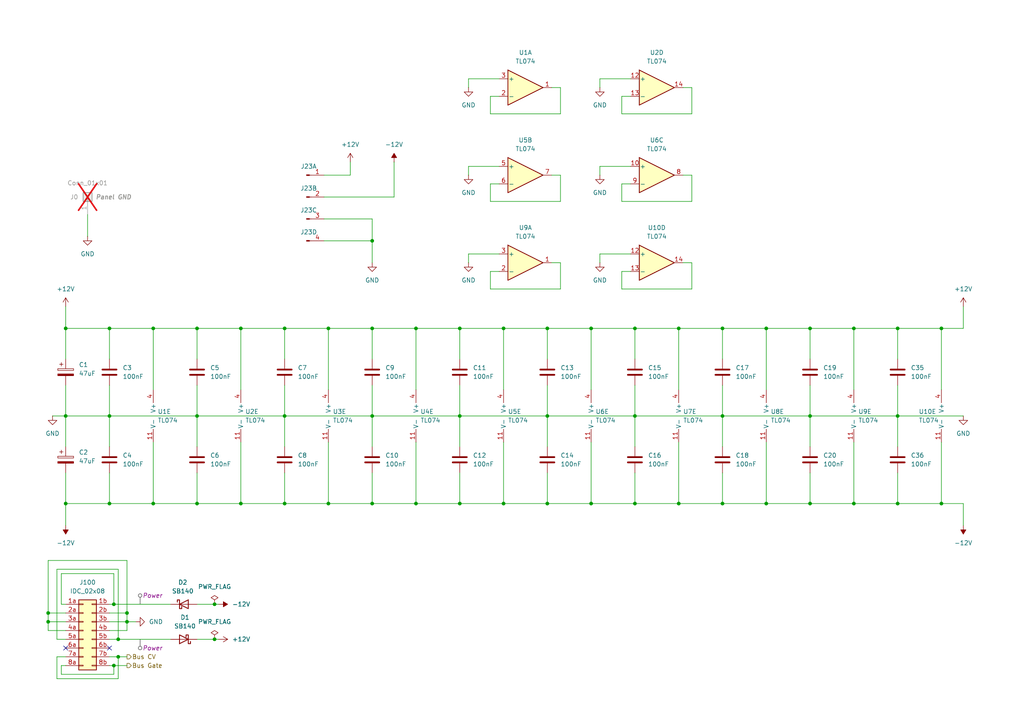
<source format=kicad_sch>
(kicad_sch (version 20250114) (generator "eeschema") (generator_version "9.0")
  (paper "A4")
  (title_block (title "Power Distribution") (company "DMH Instruments") (comment 1 "PCB for 15cm Kosmo format synthesizer module"))
  (lib_symbols
    (symbol "Amplifier_Operational:TL074" (pin_names (offset 0.127))
      (property "Reference" "U" (at 0 5.08 0))
      (property "Value" "TL074" (at 0 -5.08 0))
      (symbol "TL074_1_1"
        (polyline (pts (xy -5.08 5.08) (xy 5.08 0) (xy -5.08 -5.08) (xy -5.08 5.08)) (stroke (width 0.254)) (fill (type background)))
        (pin input line (at -7.62 2.54 0) (length 2.54) (name "+") (number "3"))
        (pin input line (at -7.62 -2.54 0) (length 2.54) (name "-") (number "2"))
        (pin output line (at 7.62 0 180) (length 2.54) (name "~") (number "1"))
      )
      (symbol "TL074_2_1"
        (polyline (pts (xy -5.08 5.08) (xy 5.08 0) (xy -5.08 -5.08) (xy -5.08 5.08)) (stroke (width 0.254)) (fill (type background)))
        (pin input line (at -7.62 2.54 0) (length 2.54) (name "+") (number "5"))
        (pin input line (at -7.62 -2.54 0) (length 2.54) (name "-") (number "6"))
        (pin output line (at 7.62 0 180) (length 2.54) (name "~") (number "7"))
      )
      (symbol "TL074_3_1"
        (polyline (pts (xy -5.08 5.08) (xy 5.08 0) (xy -5.08 -5.08) (xy -5.08 5.08)) (stroke (width 0.254)) (fill (type background)))
        (pin input line (at -7.62 2.54 0) (length 2.54) (name "+") (number "10"))
        (pin input line (at -7.62 -2.54 0) (length 2.54) (name "-") (number "9"))
        (pin output line (at 7.62 0 180) (length 2.54) (name "~") (number "8"))
      )
      (symbol "TL074_4_1"
        (polyline (pts (xy -5.08 5.08) (xy 5.08 0) (xy -5.08 -5.08) (xy -5.08 5.08)) (stroke (width 0.254)) (fill (type background)))
        (pin input line (at -7.62 2.54 0) (length 2.54) (name "+") (number "12"))
        (pin input line (at -7.62 -2.54 0) (length 2.54) (name "-") (number "13"))
        (pin output line (at 7.62 0 180) (length 2.54) (name "~") (number "14"))
      )
      (symbol "TL074_5_1"
        (pin power_in line (at -2.54 7.62 270) (length 3.81) (name "V+") (number "4"))
        (pin power_in line (at -2.54 -7.62 90) (length 3.81) (name "V-") (number "11"))
      )
    )
    (symbol "Connector_Generic:Conn_01x01" (pin_names (offset 1.016) (hide yes))
      (property "Reference" "J" (at 0 2.54 0))
      (property "Value" "Conn_01x01" (at 0 -2.54 0))
      (symbol "Conn_01x01_1_1"
        (rectangle (start -1.27 1.27) (end 1.27 -1.27) (stroke (width 0.254)) (fill (type background)))
        (rectangle (start -1.27 0.127) (end 0 -0.127) (stroke (width 0.1524)))
        (pin passive line (at -5.08 0 0) (length 3.81) (name "Pin_1") (number "1"))
      )
    )
    (symbol "Device:C" (pin_numbers (hide yes)) (pin_names (offset 0.254))
      (property "Reference" "C" (at 0.635 2.54 0))
      (property "Value" "C" (at 0.635 -2.54 0))
      (symbol "C_0_1"
        (polyline (pts (xy -2.032 0.762) (xy 2.032 0.762)) (stroke (width 0.508)))
        (polyline (pts (xy -2.032 -0.762) (xy 2.032 -0.762)) (stroke (width 0.508)))
      )
      (symbol "C_1_1"
        (pin passive line (at 0 3.81 270) (length 2.794) (name "~") (number "1"))
        (pin passive line (at 0 -3.81 90) (length 2.794) (name "~") (number "2"))
      )
    )
    (symbol "Device:C_Polarized" (pin_numbers (hide yes)) (pin_names (offset 0.254))
      (property "Reference" "C" (at 0.635 2.54 0))
      (property "Value" "C_Polarized" (at 0.635 -2.54 0))
      (symbol "C_Polarized_0_1"
        (rectangle (start -2.286 0.508) (end 2.286 1.016))
        (polyline (pts (xy -1.778 2.286) (xy -0.762 2.286)))
        (polyline (pts (xy -1.27 2.794) (xy -1.27 1.778)))
        (rectangle (start 2.286 -0.508) (end -2.286 -1.016) (fill (type outline)))
      )
      (symbol "C_Polarized_1_1"
        (pin passive line (at 0 3.81 270) (length 2.794) (name "~") (number "1"))
        (pin passive line (at 0 -3.81 90) (length 2.794) (name "~") (number "2"))
      )
    )
    (symbol "Diode:SB140" (pin_numbers (hide yes)) (pin_names (offset 1.016) (hide yes))
      (property "Reference" "D" (at 0 2.54 0))
      (property "Value" "SB140" (at 0 -2.54 0))
      (symbol "SB140_0_1"
        (polyline (pts (xy -1.905 0.635) (xy -1.905 1.27) (xy -1.27 1.27) (xy -1.27 -1.27) (xy -0.635 -1.27) (xy -0.635 -0.635)) (stroke (width 0.254)))
        (polyline (pts (xy 1.27 1.27) (xy 1.27 -1.27) (xy -1.27 0) (xy 1.27 1.27)) (stroke (width 0.254)))
        (polyline (pts (xy 1.27 0) (xy -1.27 0)))
      )
      (symbol "SB140_1_1"
        (pin passive line (at -3.81 0 0) (length 2.54) (name "K") (number "1"))
        (pin passive line (at 3.81 0 180) (length 2.54) (name "A") (number "2"))
      )
    )
    (symbol "SynthStuff:Conn_01x04_PinHeader" (pin_names (offset 1.016) (hide yes))
      (property "Reference" "J" (at 0 2.54 0))
      (symbol "Conn_01x04_PinHeader_1_1"
        (rectangle (start 0.8636 0.127) (end 0 -0.127) (stroke (width 0.1524)) (fill (type outline)))
        (polyline (pts (xy 1.27 0) (xy 0.8636 0)) (stroke (width 0.1524)))
        (pin passive line (at 5.08 0 180) (length 3.81) (name "Pin_1") (number "1"))
      )
      (symbol "Conn_01x04_PinHeader_2_1"
        (rectangle (start 0.8636 0.127) (end 0 -0.127) (stroke (width 0.1524)) (fill (type outline)))
        (polyline (pts (xy 1.27 0) (xy 0.8636 0)) (stroke (width 0.1524)))
        (pin passive line (at 5.08 0 180) (length 3.81) (name "Pin_2") (number "2"))
      )
      (symbol "Conn_01x04_PinHeader_3_1"
        (rectangle (start 0.8636 0.127) (end 0 -0.127) (stroke (width 0.1524)) (fill (type outline)))
        (polyline (pts (xy 1.27 0) (xy 0.8636 0)) (stroke (width 0.1524)))
        (pin passive line (at 5.08 0 180) (length 3.81) (name "Pin_3") (number "3"))
      )
      (symbol "Conn_01x04_PinHeader_4_1"
        (rectangle (start 0.8636 0.127) (end 0 -0.127) (stroke (width 0.1524)) (fill (type outline)))
        (polyline (pts (xy 1.27 0) (xy 0.8636 0)) (stroke (width 0.1524)))
        (pin passive line (at 5.08 0 180) (length 3.81) (name "Pin_4") (number "4"))
      )
    )
    (symbol "SynthStuff:Eurorack_Power_Connector_16Pin" (pin_names (offset 1.016) (hide yes))
      (property "Reference" "J" (at 1.27 -16.51 0))
      (property "Value" "IDC_02x08" (at 1.27 -13.97 0))
      (symbol "Eurorack_Power_Connector_16Pin_1_1"
        (rectangle (start -1.27 8.89) (end 3.81 -11.43) (stroke (width 0.254)) (fill (type background)))
        (rectangle (start -1.27 7.747) (end 0 7.493) (stroke (width 0.1524)))
        (rectangle (start -1.27 5.207) (end 0 4.953) (stroke (width 0.1524)))
        (rectangle (start -1.27 2.667) (end 0 2.413) (stroke (width 0.1524)))
        (rectangle (start -1.27 0.127) (end 0 -0.127) (stroke (width 0.1524)))
        (rectangle (start -1.27 -2.413) (end 0 -2.667) (stroke (width 0.1524)))
        (rectangle (start -1.27 -4.953) (end 0 -5.207) (stroke (width 0.1524)))
        (rectangle (start -1.27 -7.493) (end 0 -7.747) (stroke (width 0.1524)))
        (rectangle (start -1.27 -10.033) (end 0 -10.287) (stroke (width 0.1524)))
        (rectangle (start 3.81 7.747) (end 2.54 7.493) (stroke (width 0.1524)))
        (rectangle (start 3.81 5.207) (end 2.54 4.953) (stroke (width 0.1524)))
        (rectangle (start 3.81 2.667) (end 2.54 2.413) (stroke (width 0.1524)))
        (rectangle (start 3.81 0.127) (end 2.54 -0.127) (stroke (width 0.1524)))
        (rectangle (start 3.81 -2.413) (end 2.54 -2.667) (stroke (width 0.1524)))
        (rectangle (start 3.81 -4.953) (end 2.54 -5.207) (stroke (width 0.1524)))
        (rectangle (start 3.81 -7.493) (end 2.54 -7.747) (stroke (width 0.1524)))
        (rectangle (start 3.81 -10.033) (end 2.54 -10.287) (stroke (width 0.1524)))
        (pin power_out line (at -5.08 7.62 0) (length 3.81) (name "Pin_1a") (number "1a"))
        (pin power_out line (at -5.08 5.08 0) (length 3.81) (name "Pin_2a") (number "2a"))
        (pin passive line (at -5.08 2.54 0) (length 3.81) (name "Pin_3a") (number "3a"))
        (pin passive line (at -5.08 0 0) (length 3.81) (name "Pin_4a") (number "4a"))
        (pin power_out line (at -5.08 -2.54 0) (length 3.81) (name "Pin_5a") (number "5a"))
        (pin power_out line (at -5.08 -5.08 0) (length 3.81) (name "Pin_6a") (number "6a"))
        (pin passive line (at -5.08 -7.62 0) (length 3.81) (name "Pin_7a") (number "7a"))
        (pin passive line (at -5.08 -10.16 0) (length 3.81) (name "Pin_8a") (number "8a"))
        (pin passive line (at 7.62 7.62 180) (length 3.81) (name "Pin_1b") (number "1b"))
        (pin passive line (at 7.62 5.08 180) (length 3.81) (name "Pin_2b") (number "2b"))
        (pin passive line (at 7.62 2.54 180) (length 3.81) (name "Pin_3b") (number "3b"))
        (pin passive line (at 7.62 0 180) (length 3.81) (name "Pin_4b") (number "4b"))
        (pin passive line (at 7.62 -2.54 180) (length 3.81) (name "Pin_5b") (number "5b"))
        (pin passive line (at 7.62 -5.08 180) (length 3.81) (name "Pin_6b") (number "6b"))
        (pin passive line (at 7.62 -7.62 180) (length 3.81) (name "Pin_7b") (number "7b"))
        (pin passive line (at 7.62 -10.16 180) (length 3.81) (name "Pin_8b") (number "8b"))
      )
    )
    (symbol "power:+12V" (power) (pin_numbers (hide yes)) (pin_names (offset 0) (hide yes))
      (property "Value" "+12V" (at 0 3.556 0))
      (symbol "+12V_0_1"
        (polyline (pts (xy -0.762 1.27) (xy 0 2.54)))
        (polyline (pts (xy 0 2.54) (xy 0.762 1.27)))
        (polyline (pts (xy 0 0) (xy 0 2.54)))
      )
      (symbol "+12V_1_1"
        (pin power_in line (at 0 0 90) (length 0) (name "~") (number "1"))
      )
    )
    (symbol "power:-12V" (power) (pin_numbers (hide yes)) (pin_names (offset 0) (hide yes))
      (property "Value" "-12V" (at 0 3.556 0))
      (symbol "-12V_0_0"
        (pin power_in line (at 0 0 90) (length 0) (name "~") (number "1"))
      )
      (symbol "-12V_0_1"
        (polyline (pts (xy 0 0) (xy 0 1.27) (xy 0.762 1.27) (xy 0 2.54) (xy -0.762 1.27) (xy 0 1.27)) (fill (type outline)))
      )
    )
    (symbol "power:GND" (power) (pin_numbers (hide yes)) (pin_names (offset 0) (hide yes))
      (property "Value" "GND" (at 0 -3.81 0))
      (symbol "GND_0_1"
        (polyline (pts (xy 0 0) (xy 0 -1.27) (xy 1.27 -1.27) (xy 0 -2.54) (xy -1.27 -1.27) (xy 0 -1.27)))
      )
      (symbol "GND_1_1"
        (pin power_in line (at 0 0 270) (length 0) (name "~") (number "1"))
      )
    )
    (symbol "power:PWR_FLAG" (power) (pin_numbers (hide yes)) (pin_names (offset 0) (hide yes))
      (property "Value" "PWR_FLAG" (at 0 3.81 0))
      (symbol "PWR_FLAG_0_0"
        (pin power_out line (at 0 0 90) (length 0) (name "~") (number "1"))
      )
      (symbol "PWR_FLAG_0_1"
        (polyline (pts (xy 0 0) (xy 0 1.27) (xy -1.016 1.905) (xy 0 2.54) (xy 1.016 1.905) (xy 0 1.27)))
      )
    )
  )
  (junction (at 82.55 95.25))
  (junction (at 95.25 146.05))
  (junction (at 234.95 120.65))
  (junction (at 82.55 146.05))
  (junction (at 44.45 95.25))
  (junction (at 33.02 193.04))
  (junction (at 196.85 95.25))
  (junction (at 184.15 120.65))
  (junction (at 31.75 146.05))
  (junction (at 107.95 69.85))
  (junction (at 33.02 175.26))
  (junction (at 260.35 95.25))
  (junction (at 222.25 146.05))
  (junction (at 260.35 146.05))
  (junction (at 158.75 95.25))
  (junction (at 222.25 95.25))
  (junction (at 19.05 95.25))
  (junction (at 247.65 146.05))
  (junction (at 44.45 146.05))
  (junction (at 31.75 95.25))
  (junction (at 184.15 146.05))
  (junction (at 171.45 146.05))
  (junction (at 107.95 95.25))
  (junction (at 57.15 120.65))
  (junction (at 107.95 120.65))
  (junction (at 158.75 120.65))
  (junction (at 146.05 95.25))
  (junction (at 36.83 180.34))
  (junction (at 247.65 95.25))
  (junction (at 34.29 185.42))
  (junction (at 260.35 120.65))
  (junction (at 19.05 146.05))
  (junction (at 82.55 120.65))
  (junction (at 273.05 146.05))
  (junction (at 234.95 146.05))
  (junction (at 171.45 95.25))
  (junction (at 133.35 95.25))
  (junction (at 69.85 95.25))
  (junction (at 184.15 95.25))
  (junction (at 36.83 177.8))
  (junction (at 13.97 180.34))
  (junction (at 146.05 146.05))
  (junction (at 209.55 95.25))
  (junction (at 133.35 146.05))
  (junction (at 196.85 146.05))
  (junction (at 57.15 95.25))
  (junction (at 107.95 146.05))
  (junction (at 95.25 95.25))
  (junction (at 209.55 120.65))
  (junction (at 209.55 146.05))
  (junction (at 234.95 95.25))
  (junction (at 34.29 190.5))
  (junction (at 19.05 120.65))
  (junction (at 13.97 177.8))
  (junction (at 31.75 120.65))
  (junction (at 120.65 146.05))
  (junction (at 133.35 120.65))
  (junction (at 62.23 185.42))
  (junction (at 57.15 146.05))
  (junction (at 158.75 146.05))
  (junction (at 62.23 175.26))
  (junction (at 69.85 146.05))
  (junction (at 120.65 95.25))
  (junction (at 273.05 95.25))
  (no_connect (at 19.05 187.96))
  (no_connect (at 31.75 187.96))
  (wire (pts (xy 234.95 146.05) (xy 247.65 146.05)))
  (wire (pts (xy 33.02 193.04) (xy 36.83 193.04)))
  (wire (pts (xy 62.23 185.42) (xy 63.5 185.42)))
  (wire (pts (xy 69.85 146.05) (xy 82.55 146.05)))
  (wire (pts (xy 13.97 162.56) (xy 13.97 177.8)))
  (wire (pts (xy 33.02 195.58) (xy 33.02 193.04)))
  (wire (pts (xy 44.45 128.27) (xy 44.45 146.05)))
  (wire (pts (xy 158.75 120.65) (xy 184.15 120.65)))
  (wire (pts (xy 260.35 146.05) (xy 273.05 146.05)))
  (wire (pts (xy 142.24 83.82) (xy 162.56 83.82)))
  (wire (pts (xy 158.75 120.65) (xy 158.75 129.54)))
  (wire (pts (xy 107.95 120.65) (xy 107.95 129.54)))
  (wire (pts (xy 120.65 146.05) (xy 133.35 146.05)))
  (wire (pts (xy 273.05 128.27) (xy 273.05 146.05)))
  (wire (pts (xy 57.15 137.16) (xy 57.15 146.05)))
  (wire (pts (xy 173.99 76.2) (xy 173.99 73.66)))
  (wire (pts (xy 171.45 128.27) (xy 171.45 146.05)))
  (wire (pts (xy 133.35 120.65) (xy 133.35 129.54)))
  (wire (pts (xy 184.15 95.25) (xy 184.15 104.14)))
  (wire (pts (xy 69.85 95.25) (xy 82.55 95.25)))
  (wire (pts (xy 120.65 128.27) (xy 120.65 146.05)))
  (wire (pts (xy 184.15 137.16) (xy 184.15 146.05)))
  (wire (pts (xy 260.35 95.25) (xy 273.05 95.25)))
  (wire (pts (xy 57.15 120.65) (xy 57.15 129.54)))
  (wire (pts (xy 182.88 78.74) (xy 180.34 78.74)))
  (wire (pts (xy 15.24 120.65) (xy 19.05 120.65)))
  (wire (pts (xy 13.97 180.34) (xy 13.97 177.8)))
  (wire (pts (xy 173.99 22.86) (xy 173.99 25.4)))
  (wire (pts (xy 180.34 83.82) (xy 200.66 83.82)))
  (wire (pts (xy 158.75 95.25) (xy 158.75 104.14)))
  (wire (pts (xy 200.66 76.2) (xy 198.12 76.2)))
  (wire (pts (xy 19.05 120.65) (xy 31.75 120.65)))
  (wire (pts (xy 279.4 95.25) (xy 279.4 88.9)))
  (wire (pts (xy 19.05 146.05) (xy 31.75 146.05)))
  (wire (pts (xy 171.45 95.25) (xy 184.15 95.25)))
  (wire (pts (xy 34.29 165.1) (xy 34.29 185.42)))
  (wire (pts (xy 260.35 120.65) (xy 260.35 129.54)))
  (wire (pts (xy 209.55 120.65) (xy 209.55 129.54)))
  (wire (pts (xy 107.95 95.25) (xy 120.65 95.25)))
  (wire (pts (xy 95.25 95.25) (xy 95.25 113.03)))
  (wire (pts (xy 200.66 83.82) (xy 200.66 76.2)))
  (wire (pts (xy 19.05 180.34) (xy 13.97 180.34)))
  (wire (pts (xy 107.95 69.85) (xy 107.95 76.2)))
  (wire (pts (xy 146.05 146.05) (xy 158.75 146.05)))
  (wire (pts (xy 93.98 69.85) (xy 107.95 69.85)))
  (wire (pts (xy 19.05 185.42) (xy 16.51 185.42)))
  (wire (pts (xy 19.05 95.25) (xy 19.05 104.14)))
  (wire (pts (xy 133.35 95.25) (xy 146.05 95.25)))
  (wire (pts (xy 133.35 95.25) (xy 133.35 104.14)))
  (wire (pts (xy 120.65 95.25) (xy 133.35 95.25)))
  (wire (pts (xy 69.85 128.27) (xy 69.85 146.05)))
  (wire (pts (xy 34.29 190.5) (xy 34.29 196.85)))
  (wire (pts (xy 31.75 95.25) (xy 44.45 95.25)))
  (wire (pts (xy 146.05 95.25) (xy 146.05 113.03)))
  (wire (pts (xy 142.24 27.94) (xy 142.24 33.02)))
  (wire (pts (xy 234.95 120.65) (xy 260.35 120.65)))
  (wire (pts (xy 31.75 185.42) (xy 34.29 185.42)))
  (wire (pts (xy 158.75 111.76) (xy 158.75 120.65)))
  (wire (pts (xy 19.05 177.8) (xy 13.97 177.8)))
  (wire (pts (xy 36.83 162.56) (xy 13.97 162.56)))
  (wire (pts (xy 273.05 146.05) (xy 279.4 146.05)))
  (wire (pts (xy 279.4 146.05) (xy 279.4 152.4)))
  (wire (pts (xy 31.75 182.88) (xy 36.83 182.88)))
  (wire (pts (xy 158.75 95.25) (xy 171.45 95.25)))
  (wire (pts (xy 144.78 53.34) (xy 142.24 53.34)))
  (wire (pts (xy 209.55 95.25) (xy 222.25 95.25)))
  (wire (pts (xy 133.35 137.16) (xy 133.35 146.05)))
  (wire (pts (xy 209.55 120.65) (xy 234.95 120.65)))
  (wire (pts (xy 69.85 95.25) (xy 69.85 113.03)))
  (wire (pts (xy 146.05 95.25) (xy 158.75 95.25)))
  (wire (pts (xy 82.55 95.25) (xy 95.25 95.25)))
  (wire (pts (xy 133.35 111.76) (xy 133.35 120.65)))
  (wire (pts (xy 19.05 182.88) (xy 13.97 182.88)))
  (wire (pts (xy 107.95 95.25) (xy 107.95 104.14)))
  (wire (pts (xy 31.75 193.04) (xy 33.02 193.04)))
  (wire (pts (xy 34.29 185.42) (xy 49.53 185.42)))
  (wire (pts (xy 107.95 146.05) (xy 120.65 146.05)))
  (wire (pts (xy 198.12 25.4) (xy 200.66 25.4)))
  (wire (pts (xy 19.05 88.9) (xy 19.05 95.25)))
  (wire (pts (xy 19.05 95.25) (xy 31.75 95.25)))
  (wire (pts (xy 142.24 33.02) (xy 162.56 33.02)))
  (wire (pts (xy 184.15 95.25) (xy 196.85 95.25)))
  (wire (pts (xy 34.29 190.5) (xy 36.83 190.5)))
  (wire (pts (xy 184.15 120.65) (xy 184.15 129.54)))
  (wire (pts (xy 57.15 185.42) (xy 62.23 185.42)))
  (wire (pts (xy 162.56 25.4) (xy 160.02 25.4)))
  (wire (pts (xy 247.65 95.25) (xy 260.35 95.25)))
  (wire (pts (xy 135.89 22.86) (xy 135.89 25.4)))
  (wire (pts (xy 36.83 177.8) (xy 36.83 162.56)))
  (wire (pts (xy 209.55 111.76) (xy 209.55 120.65)))
  (wire (pts (xy 209.55 95.25) (xy 209.55 104.14)))
  (wire (pts (xy 31.75 180.34) (xy 36.83 180.34)))
  (wire (pts (xy 25.4 62.23) (xy 25.4 68.58)))
  (wire (pts (xy 114.3 57.15) (xy 114.3 46.99)))
  (wire (pts (xy 19.05 175.26) (xy 17.78 175.26)))
  (wire (pts (xy 95.25 95.25) (xy 107.95 95.25)))
  (wire (pts (xy 19.05 190.5) (xy 16.51 190.5)))
  (wire (pts (xy 31.75 175.26) (xy 33.02 175.26)))
  (wire (pts (xy 93.98 63.5) (xy 107.95 63.5)))
  (wire (pts (xy 162.56 76.2) (xy 160.02 76.2)))
  (wire (pts (xy 31.75 95.25) (xy 31.75 104.14)))
  (wire (pts (xy 200.66 25.4) (xy 200.66 33.02)))
  (wire (pts (xy 171.45 95.25) (xy 171.45 113.03)))
  (wire (pts (xy 196.85 95.25) (xy 196.85 113.03)))
  (wire (pts (xy 200.66 50.8) (xy 198.12 50.8)))
  (wire (pts (xy 142.24 58.42) (xy 162.56 58.42)))
  (wire (pts (xy 107.95 63.5) (xy 107.95 69.85)))
  (wire (pts (xy 200.66 58.42) (xy 200.66 50.8)))
  (wire (pts (xy 82.55 111.76) (xy 82.55 120.65)))
  (wire (pts (xy 36.83 182.88) (xy 36.83 180.34)))
  (wire (pts (xy 19.05 111.76) (xy 19.05 120.65)))
  (wire (pts (xy 82.55 95.25) (xy 82.55 104.14)))
  (wire (pts (xy 173.99 50.8) (xy 173.99 48.26)))
  (wire (pts (xy 142.24 78.74) (xy 142.24 83.82)))
  (wire (pts (xy 273.05 95.25) (xy 273.05 113.03)))
  (wire (pts (xy 19.05 120.65) (xy 19.05 129.54)))
  (wire (pts (xy 133.35 146.05) (xy 146.05 146.05)))
  (wire (pts (xy 180.34 27.94) (xy 182.88 27.94)))
  (wire (pts (xy 95.25 146.05) (xy 107.95 146.05)))
  (wire (pts (xy 260.35 137.16) (xy 260.35 146.05)))
  (wire (pts (xy 260.35 120.65) (xy 279.4 120.65)))
  (wire (pts (xy 16.51 165.1) (xy 34.29 165.1)))
  (wire (pts (xy 57.15 146.05) (xy 69.85 146.05)))
  (wire (pts (xy 57.15 111.76) (xy 57.15 120.65)))
  (wire (pts (xy 107.95 111.76) (xy 107.95 120.65)))
  (wire (pts (xy 180.34 53.34) (xy 180.34 58.42)))
  (wire (pts (xy 31.75 120.65) (xy 57.15 120.65)))
  (wire (pts (xy 57.15 175.26) (xy 62.23 175.26)))
  (wire (pts (xy 57.15 95.25) (xy 69.85 95.25)))
  (wire (pts (xy 33.02 166.37) (xy 33.02 175.26)))
  (wire (pts (xy 171.45 146.05) (xy 184.15 146.05)))
  (wire (pts (xy 234.95 95.25) (xy 234.95 104.14)))
  (wire (pts (xy 158.75 137.16) (xy 158.75 146.05)))
  (wire (pts (xy 31.75 137.16) (xy 31.75 146.05)))
  (wire (pts (xy 200.66 33.02) (xy 180.34 33.02)))
  (wire (pts (xy 17.78 166.37) (xy 33.02 166.37)))
  (wire (pts (xy 120.65 95.25) (xy 120.65 113.03)))
  (wire (pts (xy 107.95 137.16) (xy 107.95 146.05)))
  (wire (pts (xy 82.55 137.16) (xy 82.55 146.05)))
  (wire (pts (xy 82.55 120.65) (xy 82.55 129.54)))
  (wire (pts (xy 234.95 137.16) (xy 234.95 146.05)))
  (wire (pts (xy 260.35 111.76) (xy 260.35 120.65)))
  (wire (pts (xy 31.75 190.5) (xy 34.29 190.5)))
  (wire (pts (xy 180.34 58.42) (xy 200.66 58.42)))
  (wire (pts (xy 17.78 195.58) (xy 33.02 195.58)))
  (wire (pts (xy 31.75 111.76) (xy 31.75 120.65)))
  (wire (pts (xy 57.15 120.65) (xy 82.55 120.65)))
  (wire (pts (xy 16.51 196.85) (xy 34.29 196.85)))
  (wire (pts (xy 196.85 128.27) (xy 196.85 146.05)))
  (wire (pts (xy 247.65 128.27) (xy 247.65 146.05)))
  (wire (pts (xy 144.78 78.74) (xy 142.24 78.74)))
  (wire (pts (xy 247.65 95.25) (xy 247.65 113.03)))
  (wire (pts (xy 222.25 128.27) (xy 222.25 146.05)))
  (wire (pts (xy 234.95 120.65) (xy 234.95 129.54)))
  (wire (pts (xy 144.78 22.86) (xy 135.89 22.86)))
  (wire (pts (xy 234.95 95.25) (xy 247.65 95.25)))
  (wire (pts (xy 260.35 95.25) (xy 260.35 104.14)))
  (wire (pts (xy 33.02 175.26) (xy 49.53 175.26)))
  (wire (pts (xy 144.78 27.94) (xy 142.24 27.94)))
  (wire (pts (xy 180.34 33.02) (xy 180.34 27.94)))
  (wire (pts (xy 184.15 111.76) (xy 184.15 120.65)))
  (wire (pts (xy 62.23 175.26) (xy 63.5 175.26)))
  (wire (pts (xy 135.89 50.8) (xy 135.89 48.26)))
  (wire (pts (xy 222.25 146.05) (xy 234.95 146.05)))
  (wire (pts (xy 82.55 120.65) (xy 107.95 120.65)))
  (wire (pts (xy 19.05 137.16) (xy 19.05 146.05)))
  (wire (pts (xy 180.34 78.74) (xy 180.34 83.82)))
  (wire (pts (xy 222.25 95.25) (xy 222.25 113.03)))
  (wire (pts (xy 44.45 95.25) (xy 57.15 95.25)))
  (wire (pts (xy 247.65 146.05) (xy 260.35 146.05)))
  (wire (pts (xy 162.56 83.82) (xy 162.56 76.2)))
  (wire (pts (xy 17.78 193.04) (xy 17.78 195.58)))
  (wire (pts (xy 16.51 190.5) (xy 16.51 196.85)))
  (wire (pts (xy 57.15 95.25) (xy 57.15 104.14)))
  (wire (pts (xy 19.05 193.04) (xy 17.78 193.04)))
  (wire (pts (xy 133.35 120.65) (xy 158.75 120.65)))
  (wire (pts (xy 101.6 50.8) (xy 101.6 46.99)))
  (wire (pts (xy 184.15 120.65) (xy 209.55 120.65)))
  (wire (pts (xy 173.99 48.26) (xy 182.88 48.26)))
  (wire (pts (xy 135.89 48.26) (xy 144.78 48.26)))
  (wire (pts (xy 162.56 33.02) (xy 162.56 25.4)))
  (wire (pts (xy 93.98 57.15) (xy 114.3 57.15)))
  (wire (pts (xy 44.45 95.25) (xy 44.45 113.03)))
  (wire (pts (xy 36.83 180.34) (xy 39.37 180.34)))
  (wire (pts (xy 209.55 137.16) (xy 209.55 146.05)))
  (wire (pts (xy 31.75 177.8) (xy 36.83 177.8)))
  (wire (pts (xy 158.75 146.05) (xy 171.45 146.05)))
  (wire (pts (xy 13.97 182.88) (xy 13.97 180.34)))
  (wire (pts (xy 182.88 53.34) (xy 180.34 53.34)))
  (wire (pts (xy 107.95 120.65) (xy 133.35 120.65)))
  (wire (pts (xy 182.88 22.86) (xy 173.99 22.86)))
  (wire (pts (xy 234.95 111.76) (xy 234.95 120.65)))
  (wire (pts (xy 162.56 58.42) (xy 162.56 50.8)))
  (wire (pts (xy 142.24 53.34) (xy 142.24 58.42)))
  (wire (pts (xy 162.56 50.8) (xy 160.02 50.8)))
  (wire (pts (xy 19.05 152.4) (xy 19.05 146.05)))
  (wire (pts (xy 196.85 146.05) (xy 209.55 146.05)))
  (wire (pts (xy 16.51 185.42) (xy 16.51 165.1)))
  (wire (pts (xy 173.99 73.66) (xy 182.88 73.66)))
  (wire (pts (xy 44.45 146.05) (xy 57.15 146.05)))
  (wire (pts (xy 17.78 175.26) (xy 17.78 166.37)))
  (wire (pts (xy 36.83 180.34) (xy 36.83 177.8)))
  (wire (pts (xy 135.89 73.66) (xy 135.89 76.2)))
  (wire (pts (xy 196.85 95.25) (xy 209.55 95.25)))
  (wire (pts (xy 93.98 50.8) (xy 101.6 50.8)))
  (wire (pts (xy 144.78 73.66) (xy 135.89 73.66)))
  (wire (pts (xy 31.75 120.65) (xy 31.75 129.54)))
  (wire (pts (xy 209.55 146.05) (xy 222.25 146.05)))
  (wire (pts (xy 31.75 146.05) (xy 44.45 146.05)))
  (wire (pts (xy 273.05 95.25) (xy 279.4 95.25)))
  (wire (pts (xy 184.15 146.05) (xy 196.85 146.05)))
  (wire (pts (xy 82.55 146.05) (xy 95.25 146.05)))
  (wire (pts (xy 95.25 128.27) (xy 95.25 146.05)))
  (wire (pts (xy 146.05 128.27) (xy 146.05 146.05)))
  (wire (pts (xy 222.25 95.25) (xy 234.95 95.25)))
  (hierarchical_label "Bus Gate" (shape output) (at 36.83 193.04 0))
  (hierarchical_label "Bus CV" (shape output) (at 36.83 190.5 0))
  (netclass_flag "" (length 2.54) (shape round) (at 40.64 185.42 180) (property "Netclass" "Power" (at 41.3385 187.96 0) (effects (font (italic yes)) (justify left))))
  (netclass_flag "" (length 2.54) (shape round) (at 40.64 175.26 0) (property "Netclass" "Power" (at 41.3385 172.72 0) (effects (font (italic yes)) (justify left))))
  (symbol (lib_id "power:+12V") (at 101.6 46.99 0) (unit 1)
    (property "Reference" "#PWR077" (effects (hide yes)))
    (property "Value" "+12V" (at 101.6 41.91 0))
    (property "Description" "Power symbol creates a global label with name \"+12V\"" (effects (hide yes)))
  )
  (symbol (lib_id "Device:C") (at 31.75 107.95 0) (unit 1)
    (property "Reference" "C3" (at 35.56 106.6799 0) (effects (justify left)))
    (property "Value" "100nF" (at 35.56 109.2199 0) (effects (justify left)))
    (property "Footprint" "Capacitor_THT:C_Disc_D4.3mm_W1.9mm_P5.00mm" (effects (hide yes)))
    (property "Description" "Unpolarized capacitor" (effects (hide yes)))
  )
  (symbol (lib_id "Device:C") (at 234.95 133.35 0) (unit 1)
    (property "Reference" "C20" (at 238.76 132.0799 0) (effects (justify left)))
    (property "Value" "100nF" (at 238.76 134.6199 0) (effects (justify left)))
    (property "Footprint" "Capacitor_THT:C_Disc_D4.3mm_W1.9mm_P5.00mm" (effects (hide yes)))
    (property "Description" "Unpolarized capacitor" (effects (hide yes)))
  )
  (symbol (lib_id "Amplifier_Operational:TL074") (at 148.59 120.65 0) (unit 5)
    (property "Reference" "U5" (at 147.32 119.3799 0) (effects (justify left)))
    (property "Value" "TL074" (at 147.32 121.9199 0) (effects (justify left)))
    (property "Footprint" "Package_DIP:DIP-14_W7.62mm_Socket" (effects (hide yes)))
    (property "Datasheet" "http://www.ti.com/lit/ds/symlink/tl071.pdf" (effects (hide yes)))
    (property "Description" "Quad Low-Noise JFET-Input Operational Amplifiers, DIP-14/SOIC-14" (effects (hide yes)))
  )
  (symbol (lib_id "power:GND") (at 173.99 25.4 0) (unit 1)
    (property "Reference" "#PWR076" (effects (hide yes)))
    (property "Value" "GND" (at 173.99 30.48 0))
    (property "Description" "Power symbol creates a global label with name \"GND\" , ground" (effects (hide yes)))
  )
  (symbol (lib_id "Device:C") (at 184.15 107.95 0) (unit 1)
    (property "Reference" "C15" (at 187.96 106.6799 0) (effects (justify left)))
    (property "Value" "100nF" (at 187.96 109.2199 0) (effects (justify left)))
    (property "Footprint" "Capacitor_THT:C_Disc_D4.3mm_W1.9mm_P5.00mm" (effects (hide yes)))
    (property "Description" "Unpolarized capacitor" (effects (hide yes)))
  )
  (symbol (lib_id "Device:C_Polarized") (at 19.05 133.35 0) (unit 1)
    (property "Reference" "C2" (at 22.86 131.1909 0) (effects (justify left)))
    (property "Value" "47uF" (at 22.86 133.7309 0) (effects (justify left)))
    (property "Footprint" "Capacitor_THT:CP_Radial_D5.0mm_P2.00mm" (effects (hide yes)))
    (property "Description" "Polarized capacitor" (effects (hide yes)))
  )
  (symbol (lib_id "power:+12V") (at 63.5 185.42 270) (unit 1)
    (property "Reference" "#PWR02" (effects (hide yes)))
    (property "Value" "+12V" (at 67.31 185.4199 90) (effects (justify left)))
    (property "Description" "Power symbol creates a global label with name \"+12V\"" (effects (hide yes)))
  )
  (symbol (lib_id "Device:C") (at 57.15 107.95 0) (unit 1)
    (property "Reference" "C5" (at 60.96 106.6799 0) (effects (justify left)))
    (property "Value" "100nF" (at 60.96 109.2199 0) (effects (justify left)))
    (property "Footprint" "Capacitor_THT:C_Disc_D4.3mm_W1.9mm_P5.00mm" (effects (hide yes)))
    (property "Description" "Unpolarized capacitor" (effects (hide yes)))
  )
  (symbol (lib_id "Amplifier_Operational:TL074") (at 190.5 25.4 0) (unit 4)
    (property "Reference" "U2" (at 190.5 15.24 0))
    (property "Value" "TL074" (at 190.5 17.78 0))
    (property "Footprint" "Package_DIP:DIP-14_W7.62mm_Socket" (effects (hide yes)))
    (property "Datasheet" "http://www.ti.com/lit/ds/symlink/tl071.pdf" (effects (hide yes)))
    (property "Description" "Quad Low-Noise JFET-Input Operational Amplifiers, DIP-14/SOIC-14" (effects (hide yes)))
  )
  (symbol (lib_id "Amplifier_Operational:TL074") (at 72.39 120.65 0) (unit 5)
    (property "Reference" "U2" (at 71.12 119.3799 0) (effects (justify left)))
    (property "Value" "TL074" (at 71.12 121.9199 0) (effects (justify left)))
    (property "Footprint" "Package_DIP:DIP-14_W7.62mm_Socket" (effects (hide yes)))
    (property "Datasheet" "http://www.ti.com/lit/ds/symlink/tl071.pdf" (effects (hide yes)))
    (property "Description" "Quad Low-Noise JFET-Input Operational Amplifiers, DIP-14/SOIC-14" (effects (hide yes)))
  )
  (symbol (lib_id "Device:C") (at 107.95 133.35 0) (unit 1)
    (property "Reference" "C10" (at 111.76 132.0799 0) (effects (justify left)))
    (property "Value" "100nF" (at 111.76 134.6199 0) (effects (justify left)))
    (property "Footprint" "Capacitor_THT:C_Disc_D4.3mm_W1.9mm_P5.00mm" (effects (hide yes)))
    (property "Description" "Unpolarized capacitor" (effects (hide yes)))
  )
  (symbol (lib_id "Amplifier_Operational:TL074") (at 270.51 120.65 0) (mirror y) (unit 5)
    (property "Reference" "U10" (at 266.446 119.38 0) (effects (justify right)))
    (property "Value" "TL074" (at 266.446 121.92 0) (effects (justify right)))
    (property "Footprint" "Package_DIP:DIP-14_W7.62mm_Socket" (effects (hide yes)))
    (property "Datasheet" "http://www.ti.com/lit/ds/symlink/tl071.pdf" (effects (hide yes)))
    (property "Description" "Quad Low-Noise JFET-Input Operational Amplifiers, DIP-14/SOIC-14" (effects (hide yes)))
  )
  (symbol (lib_id "power:GND") (at 173.99 50.8 0) (unit 1)
    (property "Reference" "#PWR0104" (effects (hide yes)))
    (property "Value" "GND" (at 173.99 55.88 0))
    (property "Description" "Power symbol creates a global label with name \"GND\" , ground" (effects (hide yes)))
  )
  (symbol (lib_id "power:+12V") (at 19.05 88.9 0) (unit 1)
    (property "Reference" "#PWR013" (effects (hide yes)))
    (property "Value" "+12V" (at 19.05 83.82 0))
    (property "Description" "Power symbol creates a global label with name \"+12V\"" (effects (hide yes)))
  )
  (symbol (lib_id "power:PWR_FLAG") (at 62.23 175.26 0) (unit 1)
    (property "Reference" "#FLG01" (effects (hide yes)))
    (property "Value" "PWR_FLAG" (at 62.23 170.18 0))
    (property "Description" "Special symbol for telling ERC where power comes from" (effects (hide yes)))
  )
  (symbol (lib_id "power:GND") (at 39.37 180.34 90) (unit 1)
    (property "Reference" "#PWR04" (effects (hide yes)))
    (property "Value" "GND" (at 43.18 180.3399 90) (effects (justify right)))
    (property "Description" "Power symbol creates a global label with name \"GND\" , ground" (effects (hide yes)))
  )
  (symbol (lib_id "Device:C") (at 209.55 107.95 0) (unit 1)
    (property "Reference" "C17" (at 213.36 106.6799 0) (effects (justify left)))
    (property "Value" "100nF" (at 213.36 109.2199 0) (effects (justify left)))
    (property "Footprint" "Capacitor_THT:C_Disc_D4.3mm_W1.9mm_P5.00mm" (effects (hide yes)))
    (property "Description" "Unpolarized capacitor" (effects (hide yes)))
  )
  (symbol (lib_id "power:GND") (at 135.89 50.8 0) (unit 1)
    (property "Reference" "#PWR0101" (effects (hide yes)))
    (property "Value" "GND" (at 135.89 55.88 0))
    (property "Description" "Power symbol creates a global label with name \"GND\" , ground" (effects (hide yes)))
  )
  (symbol (lib_id "power:-12V") (at 19.05 152.4 180) (unit 1)
    (property "Reference" "#PWR017" (effects (hide yes)))
    (property "Value" "-12V" (at 19.05 157.48 0))
    (property "Description" "Power symbol creates a global label with name \"-12V\"" (effects (hide yes)))
  )
  (symbol (lib_id "Device:C") (at 209.55 133.35 0) (unit 1)
    (property "Reference" "C18" (at 213.36 132.0799 0) (effects (justify left)))
    (property "Value" "100nF" (at 213.36 134.6199 0) (effects (justify left)))
    (property "Footprint" "Capacitor_THT:C_Disc_D4.3mm_W1.9mm_P5.00mm" (effects (hide yes)))
    (property "Description" "Unpolarized capacitor" (effects (hide yes)))
  )
  (symbol (lib_id "Amplifier_Operational:TL074") (at 152.4 50.8 0) (unit 2)
    (property "Reference" "U5" (at 152.4 40.64 0))
    (property "Value" "TL074" (at 152.4 43.18 0))
    (property "Footprint" "Package_DIP:DIP-14_W7.62mm_Socket" (effects (hide yes)))
    (property "Datasheet" "http://www.ti.com/lit/ds/symlink/tl071.pdf" (effects (hide yes)))
    (property "Description" "Quad Low-Noise JFET-Input Operational Amplifiers, DIP-14/SOIC-14" (effects (hide yes)))
  )
  (symbol (lib_id "Amplifier_Operational:TL074") (at 190.5 76.2 0) (unit 4)
    (property "Reference" "U10" (at 190.5 66.04 0))
    (property "Value" "TL074" (at 190.5 68.58 0))
    (property "Footprint" "Package_DIP:DIP-14_W7.62mm_Socket" (effects (hide yes)))
    (property "Datasheet" "http://www.ti.com/lit/ds/symlink/tl071.pdf" (effects (hide yes)))
    (property "Description" "Quad Low-Noise JFET-Input Operational Amplifiers, DIP-14/SOIC-14" (effects (hide yes)))
  )
  (symbol (lib_id "power:GND") (at 25.4 68.58 0) (unit 1)
    (property "Reference" "#PWR08" (effects (hide yes)))
    (property "Value" "GND" (at 25.4 73.66 0))
    (property "Description" "Power symbol creates a global label with name \"GND\" , ground" (effects (hide yes)))
  )
  (symbol (lib_id "SynthStuff:Conn_01x04_PinHeader") (at 88.9 57.15 0) (unit 2)
    (property "Reference" "J23" (at 89.535 54.61 0))
    (property "Value" "Conn_01x04_PinHeader" (effects (hide yes)))
    (property "Footprint" "Connector_PinHeader_2.54mm:PinHeader_1x04_P2.54mm_Vertical" (effects (hide yes)))
    (property "Description" "Generic connector, single row, 01x04" (effects (hide yes)))
  )
  (symbol (lib_id "Device:C") (at 57.15 133.35 0) (unit 1)
    (property "Reference" "C6" (at 60.96 132.0799 0) (effects (justify left)))
    (property "Value" "100nF" (at 60.96 134.6199 0) (effects (justify left)))
    (property "Footprint" "Capacitor_THT:C_Disc_D4.3mm_W1.9mm_P5.00mm" (effects (hide yes)))
    (property "Description" "Unpolarized capacitor" (effects (hide yes)))
  )
  (symbol (lib_id "Connector_Generic:Conn_01x01") (at 25.4 57.15 90) (unit 1) (in_bom no) (dnp yes)
    (property "Reference" "J0" (at 20.32 57.15 90) (effects (justify right)))
    (property "Value" "Conn_01x01" (at 25.4 53.086 90))
    (property "Footprint" "Connector_PinHeader_2.54mm:PinHeader_1x01_P2.54mm_Vertical" (effects (hide yes)))
    (property "Description" "Generic connector, single row, 01x01, script generated (kicad-library-utils/schlib/autogen/connector/)" (effects (hide yes)))
    (property "Function" "Panel GND" (at 33.02 57.15 90) (effects (font (thickness 0.254) (bold yes) (italic yes))))
  )
  (symbol (lib_id "power:GND") (at 173.99 76.2 0) (unit 1)
    (property "Reference" "#PWR0103" (effects (hide yes)))
    (property "Value" "GND" (at 173.99 81.28 0))
    (property "Description" "Power symbol creates a global label with name \"GND\" , ground" (effects (hide yes)))
  )
  (symbol (lib_id "Device:C") (at 260.35 133.35 0) (unit 1)
    (property "Reference" "C36" (at 264.16 132.0799 0) (effects (justify left)))
    (property "Value" "100nF" (at 264.16 134.6199 0) (effects (justify left)))
    (property "Footprint" "Capacitor_THT:C_Disc_D4.3mm_W1.9mm_P5.00mm" (effects (hide yes)))
    (property "Description" "Unpolarized capacitor" (effects (hide yes)))
  )
  (symbol (lib_id "Device:C") (at 31.75 133.35 0) (unit 1)
    (property "Reference" "C4" (at 35.56 132.0799 0) (effects (justify left)))
    (property "Value" "100nF" (at 35.56 134.6199 0) (effects (justify left)))
    (property "Footprint" "Capacitor_THT:C_Disc_D4.3mm_W1.9mm_P5.00mm" (effects (hide yes)))
    (property "Description" "Unpolarized capacitor" (effects (hide yes)))
  )
  (symbol (lib_id "power:GND") (at 107.95 76.2 0) (unit 1)
    (property "Reference" "#PWR098" (effects (hide yes)))
    (property "Value" "GND" (at 107.95 81.28 0))
    (property "Description" "Power symbol creates a global label with name \"GND\" , ground" (effects (hide yes)))
  )
  (symbol (lib_id "Device:C") (at 82.55 133.35 0) (unit 1)
    (property "Reference" "C8" (at 86.36 132.0799 0) (effects (justify left)))
    (property "Value" "100nF" (at 86.36 134.6199 0) (effects (justify left)))
    (property "Footprint" "Capacitor_THT:C_Disc_D4.3mm_W1.9mm_P5.00mm" (effects (hide yes)))
    (property "Description" "Unpolarized capacitor" (effects (hide yes)))
  )
  (symbol (lib_id "Device:C") (at 158.75 107.95 0) (unit 1)
    (property "Reference" "C13" (at 162.56 106.6799 0) (effects (justify left)))
    (property "Value" "100nF" (at 162.56 109.2199 0) (effects (justify left)))
    (property "Footprint" "Capacitor_THT:C_Disc_D4.3mm_W1.9mm_P5.00mm" (effects (hide yes)))
    (property "Description" "Unpolarized capacitor" (effects (hide yes)))
  )
  (symbol (lib_id "Amplifier_Operational:TL074") (at 250.19 120.65 0) (unit 5)
    (property "Reference" "U9" (at 248.92 119.3799 0) (effects (justify left)))
    (property "Value" "TL074" (at 248.92 121.9199 0) (effects (justify left)))
    (property "Footprint" "Package_DIP:DIP-14_W7.62mm_Socket" (effects (hide yes)))
    (property "Datasheet" "http://www.ti.com/lit/ds/symlink/tl071.pdf" (effects (hide yes)))
    (property "Description" "Quad Low-Noise JFET-Input Operational Amplifiers, DIP-14/SOIC-14" (effects (hide yes)))
  )
  (symbol (lib_id "power:PWR_FLAG") (at 62.23 185.42 0) (unit 1)
    (property "Reference" "#FLG02" (effects (hide yes)))
    (property "Value" "PWR_FLAG" (at 62.23 180.34 0))
    (property "Description" "Special symbol for telling ERC where power comes from" (effects (hide yes)))
  )
  (symbol (lib_id "Amplifier_Operational:TL074") (at 190.5 50.8 0) (unit 3)
    (property "Reference" "U6" (at 190.5 40.64 0))
    (property "Value" "TL074" (at 190.5 43.18 0))
    (property "Footprint" "Package_DIP:DIP-14_W7.62mm_Socket" (effects (hide yes)))
    (property "Datasheet" "http://www.ti.com/lit/ds/symlink/tl071.pdf" (effects (hide yes)))
    (property "Description" "Quad Low-Noise JFET-Input Operational Amplifiers, DIP-14/SOIC-14" (effects (hide yes)))
  )
  (symbol (lib_id "Amplifier_Operational:TL074") (at 152.4 25.4 0) (unit 1)
    (property "Reference" "U1" (at 152.4 15.24 0))
    (property "Value" "TL074" (at 152.4 17.78 0))
    (property "Footprint" "Package_DIP:DIP-14_W7.62mm_Socket" (effects (hide yes)))
    (property "Datasheet" "http://www.ti.com/lit/ds/symlink/tl071.pdf" (effects (hide yes)))
    (property "Description" "Quad Low-Noise JFET-Input Operational Amplifiers, DIP-14/SOIC-14" (effects (hide yes)))
  )
  (symbol (lib_id "power:GND") (at 135.89 76.2 0) (unit 1)
    (property "Reference" "#PWR0106" (effects (hide yes)))
    (property "Value" "GND" (at 135.89 81.28 0))
    (property "Description" "Power symbol creates a global label with name \"GND\" , ground" (effects (hide yes)))
  )
  (symbol (lib_id "power:GND") (at 15.24 120.65 0) (unit 1)
    (property "Reference" "#PWR015" (effects (hide yes)))
    (property "Value" "GND" (at 15.24 125.73 0))
    (property "Description" "Power symbol creates a global label with name \"GND\" , ground" (effects (hide yes)))
  )
  (symbol (lib_id "power:-12V") (at 63.5 175.26 270) (unit 1)
    (property "Reference" "#PWR01" (effects (hide yes)))
    (property "Value" "-12V" (at 67.31 175.2599 90) (effects (justify left)))
    (property "Description" "Power symbol creates a global label with name \"-12V\"" (effects (hide yes)))
  )
  (symbol (lib_id "SynthStuff:Conn_01x04_PinHeader") (at 88.9 69.85 0) (unit 4)
    (property "Reference" "J23" (at 89.535 67.31 0))
    (property "Value" "Conn_01x04_PinHeader" (effects (hide yes)))
    (property "Footprint" "Connector_PinHeader_2.54mm:PinHeader_1x04_P2.54mm_Vertical" (effects (hide yes)))
    (property "Description" "Generic connector, single row, 01x04" (effects (hide yes)))
  )
  (symbol (lib_id "SynthStuff:Conn_01x04_PinHeader") (at 88.9 50.8 0) (unit 1)
    (property "Reference" "J23" (at 89.535 48.26 0))
    (property "Value" "Conn_01x04_PinHeader" (effects (hide yes)))
    (property "Footprint" "Connector_PinHeader_2.54mm:PinHeader_1x04_P2.54mm_Vertical" (effects (hide yes)))
    (property "Description" "Generic connector, single row, 01x04" (effects (hide yes)))
  )
  (symbol (lib_id "Device:C") (at 184.15 133.35 0) (unit 1)
    (property "Reference" "C16" (at 187.96 132.0799 0) (effects (justify left)))
    (property "Value" "100nF" (at 187.96 134.6199 0) (effects (justify left)))
    (property "Footprint" "Capacitor_THT:C_Disc_D4.3mm_W1.9mm_P5.00mm" (effects (hide yes)))
    (property "Description" "Unpolarized capacitor" (effects (hide yes)))
  )
  (symbol (lib_id "Device:C") (at 133.35 133.35 0) (unit 1)
    (property "Reference" "C12" (at 137.16 132.0799 0) (effects (justify left)))
    (property "Value" "100nF" (at 137.16 134.6199 0) (effects (justify left)))
    (property "Footprint" "Capacitor_THT:C_Disc_D4.3mm_W1.9mm_P5.00mm" (effects (hide yes)))
    (property "Description" "Unpolarized capacitor" (effects (hide yes)))
  )
  (symbol (lib_id "power:+12V") (at 279.4 88.9 0) (unit 1)
    (property "Reference" "#PWR014" (effects (hide yes)))
    (property "Value" "+12V" (at 279.4 83.82 0))
    (property "Description" "Power symbol creates a global label with name \"+12V\"" (effects (hide yes)))
  )
  (symbol (lib_id "power:GND") (at 279.4 120.65 0) (unit 1)
    (property "Reference" "#PWR016" (effects (hide yes)))
    (property "Value" "GND" (at 279.4 125.73 0))
    (property "Description" "Power symbol creates a global label with name \"GND\" , ground" (effects (hide yes)))
  )
  (symbol (lib_id "Diode:SB140") (at 53.34 175.26 0) (unit 1)
    (property "Reference" "D2" (at 53.0225 168.91 0))
    (property "Value" "SB140" (at 53.0225 171.45 0))
    (property "Footprint" "Diode_THT:D_DO-41_SOD81_P10.16mm_Horizontal" (effects (hide yes)))
    (property "Datasheet" "http://www.diodes.com/_files/datasheets/ds23022.pdf" (effects (hide yes)))
    (property "Description" "40V 1A Schottky Barrier Rectifier Diode, DO-41" (effects (hide yes)))
  )
  (symbol (lib_id "Diode:SB140") (at 53.34 185.42 180) (unit 1)
    (property "Reference" "D1" (at 53.6575 179.07 0))
    (property "Value" "SB140" (at 53.6575 181.61 0))
    (property "Footprint" "Diode_THT:D_DO-41_SOD81_P10.16mm_Horizontal" (effects (hide yes)))
    (property "Datasheet" "http://www.diodes.com/_files/datasheets/ds23022.pdf" (effects (hide yes)))
    (property "Description" "40V 1A Schottky Barrier Rectifier Diode, DO-41" (effects (hide yes)))
  )
  (symbol (lib_id "Amplifier_Operational:TL074") (at 123.19 120.65 0) (unit 5)
    (property "Reference" "U4" (at 121.92 119.3799 0) (effects (justify left)))
    (property "Value" "TL074" (at 121.92 121.9199 0) (effects (justify left)))
    (property "Footprint" "Package_DIP:DIP-14_W7.62mm_Socket" (effects (hide yes)))
    (property "Datasheet" "http://www.ti.com/lit/ds/symlink/tl071.pdf" (effects (hide yes)))
    (property "Description" "Quad Low-Noise JFET-Input Operational Amplifiers, DIP-14/SOIC-14" (effects (hide yes)))
  )
  (symbol (lib_id "Amplifier_Operational:TL074") (at 152.4 76.2 0) (unit 1)
    (property "Reference" "U9" (at 152.4 66.04 0))
    (property "Value" "TL074" (at 152.4 68.58 0))
    (property "Footprint" "Package_DIP:DIP-14_W7.62mm_Socket" (effects (hide yes)))
    (property "Datasheet" "http://www.ti.com/lit/ds/symlink/tl071.pdf" (effects (hide yes)))
    (property "Description" "Quad Low-Noise JFET-Input Operational Amplifiers, DIP-14/SOIC-14" (effects (hide yes)))
  )
  (symbol (lib_id "Device:C") (at 260.35 107.95 0) (unit 1)
    (property "Reference" "C35" (at 264.16 106.6799 0) (effects (justify left)))
    (property "Value" "100nF" (at 264.16 109.2199 0) (effects (justify left)))
    (property "Footprint" "Capacitor_THT:C_Disc_D4.3mm_W1.9mm_P5.00mm" (effects (hide yes)))
    (property "Description" "Unpolarized capacitor" (effects (hide yes)))
  )
  (symbol (lib_id "Device:C") (at 234.95 107.95 0) (unit 1)
    (property "Reference" "C19" (at 238.76 106.6799 0) (effects (justify left)))
    (property "Value" "100nF" (at 238.76 109.2199 0) (effects (justify left)))
    (property "Footprint" "Capacitor_THT:C_Disc_D4.3mm_W1.9mm_P5.00mm" (effects (hide yes)))
    (property "Description" "Unpolarized capacitor" (effects (hide yes)))
  )
  (symbol (lib_id "Device:C") (at 133.35 107.95 0) (unit 1)
    (property "Reference" "C11" (at 137.16 106.6799 0) (effects (justify left)))
    (property "Value" "100nF" (at 137.16 109.2199 0) (effects (justify left)))
    (property "Footprint" "Capacitor_THT:C_Disc_D4.3mm_W1.9mm_P5.00mm" (effects (hide yes)))
    (property "Description" "Unpolarized capacitor" (effects (hide yes)))
  )
  (symbol (lib_id "Amplifier_Operational:TL074") (at 199.39 120.65 0) (unit 5)
    (property "Reference" "U7" (at 198.12 119.3799 0) (effects (justify left)))
    (property "Value" "TL074" (at 198.12 121.9199 0) (effects (justify left)))
    (property "Footprint" "Package_DIP:DIP-14_W7.62mm_Socket" (effects (hide yes)))
    (property "Datasheet" "http://www.ti.com/lit/ds/symlink/tl071.pdf" (effects (hide yes)))
    (property "Description" "Quad Low-Noise JFET-Input Operational Amplifiers, DIP-14/SOIC-14" (effects (hide yes)))
  )
  (symbol (lib_id "Amplifier_Operational:TL074") (at 97.79 120.65 0) (unit 5)
    (property "Reference" "U3" (at 96.52 119.3799 0) (effects (justify left)))
    (property "Value" "TL074" (at 96.52 121.9199 0) (effects (justify left)))
    (property "Footprint" "Package_DIP:DIP-14_W7.62mm_Socket" (effects (hide yes)))
    (property "Datasheet" "http://www.ti.com/lit/ds/symlink/tl071.pdf" (effects (hide yes)))
    (property "Description" "Quad Low-Noise JFET-Input Operational Amplifiers, DIP-14/SOIC-14" (effects (hide yes)))
  )
  (symbol (lib_id "Amplifier_Operational:TL074") (at 41.91 120.65 0) (mirror y) (unit 5)
    (property "Reference" "U1" (at 45.72 119.3799 0) (effects (justify right)))
    (property "Value" "TL074" (at 45.72 121.9199 0) (effects (justify right)))
    (property "Footprint" "Package_DIP:DIP-14_W7.62mm_Socket" (effects (hide yes)))
    (property "Datasheet" "http://www.ti.com/lit/ds/symlink/tl071.pdf" (effects (hide yes)))
    (property "Description" "Quad Low-Noise JFET-Input Operational Amplifiers, DIP-14/SOIC-14" (effects (hide yes)))
  )
  (symbol (lib_id "Amplifier_Operational:TL074") (at 224.79 120.65 0) (unit 5)
    (property "Reference" "U8" (at 223.52 119.3799 0) (effects (justify left)))
    (property "Value" "TL074" (at 223.52 121.9199 0) (effects (justify left)))
    (property "Footprint" "Package_DIP:DIP-14_W7.62mm_Socket" (effects (hide yes)))
    (property "Datasheet" "http://www.ti.com/lit/ds/symlink/tl071.pdf" (effects (hide yes)))
    (property "Description" "Quad Low-Noise JFET-Input Operational Amplifiers, DIP-14/SOIC-14" (effects (hide yes)))
  )
  (symbol (lib_id "SynthStuff:Conn_01x04_PinHeader") (at 88.9 63.5 0) (unit 3)
    (property "Reference" "J23" (at 89.535 60.96 0))
    (property "Value" "Conn_01x04_PinHeader" (effects (hide yes)))
    (property "Footprint" "Connector_PinHeader_2.54mm:PinHeader_1x04_P2.54mm_Vertical" (effects (hide yes)))
    (property "Description" "Generic connector, single row, 01x04" (effects (hide yes)))
  )
  (symbol (lib_id "Device:C_Polarized") (at 19.05 107.95 0) (unit 1)
    (property "Reference" "C1" (at 22.86 105.7909 0) (effects (justify left)))
    (property "Value" "47uF" (at 22.86 108.3309 0) (effects (justify left)))
    (property "Footprint" "Capacitor_THT:CP_Radial_D5.0mm_P2.00mm" (effects (hide yes)))
    (property "Description" "Polarized capacitor" (effects (hide yes)))
  )
  (symbol (lib_id "Device:C") (at 158.75 133.35 0) (unit 1)
    (property "Reference" "C14" (at 162.56 132.0799 0) (effects (justify left)))
    (property "Value" "100nF" (at 162.56 134.6199 0) (effects (justify left)))
    (property "Footprint" "Capacitor_THT:C_Disc_D4.3mm_W1.9mm_P5.00mm" (effects (hide yes)))
    (property "Description" "Unpolarized capacitor" (effects (hide yes)))
  )
  (symbol (lib_id "power:GND") (at 135.89 25.4 0) (unit 1)
    (property "Reference" "#PWR0108" (effects (hide yes)))
    (property "Value" "GND" (at 135.89 30.48 0))
    (property "Description" "Power symbol creates a global label with name \"GND\" , ground" (effects (hide yes)))
  )
  (symbol (lib_id "Amplifier_Operational:TL074") (at 173.99 120.65 0) (unit 5)
    (property "Reference" "U6" (at 172.72 119.3799 0) (effects (justify left)))
    (property "Value" "TL074" (at 172.72 121.9199 0) (effects (justify left)))
    (property "Footprint" "Package_DIP:DIP-14_W7.62mm_Socket" (effects (hide yes)))
    (property "Datasheet" "http://www.ti.com/lit/ds/symlink/tl071.pdf" (effects (hide yes)))
    (property "Description" "Quad Low-Noise JFET-Input Operational Amplifiers, DIP-14/SOIC-14" (effects (hide yes)))
  )
  (symbol (lib_id "power:-12V") (at 279.4 152.4 180) (unit 1)
    (property "Reference" "#PWR018" (effects (hide yes)))
    (property "Value" "-12V" (at 279.4 157.48 0))
    (property "Description" "Power symbol creates a global label with name \"-12V\"" (effects (hide yes)))
  )
  (symbol (lib_id "Device:C") (at 107.95 107.95 0) (unit 1)
    (property "Reference" "C9" (at 111.76 106.6799 0) (effects (justify left)))
    (property "Value" "100nF" (at 111.76 109.2199 0) (effects (justify left)))
    (property "Footprint" "Capacitor_THT:C_Disc_D4.3mm_W1.9mm_P5.00mm" (effects (hide yes)))
    (property "Description" "Unpolarized capacitor" (effects (hide yes)))
  )
  (symbol (lib_id "Device:C") (at 82.55 107.95 0) (unit 1)
    (property "Reference" "C7" (at 86.36 106.6799 0) (effects (justify left)))
    (property "Value" "100nF" (at 86.36 109.2199 0) (effects (justify left)))
    (property "Footprint" "Capacitor_THT:C_Disc_D4.3mm_W1.9mm_P5.00mm" (effects (hide yes)))
    (property "Description" "Unpolarized capacitor" (effects (hide yes)))
  )
  (symbol (lib_id "SynthStuff:Eurorack_Power_Connector_16Pin") (at 24.13 182.88 0) (unit 1)
    (property "Reference" "J100" (at 25.4 168.91 0))
    (property "Value" "IDC_02x08" (at 25.4 171.45 0))
    (property "Footprint" "SynthStuff:IDC-Header_2x08_P2.54mm_Vertical_Eurorack" (effects (hide yes)))
    (property "Description" "IDC jack, 2x8 pins, row a carries same signals as row b." (effects (hide yes)))
  )
  (symbol (lib_id "power:-12V") (at 114.3 46.99 0) (unit 1)
    (property "Reference" "#PWR079" (effects (hide yes)))
    (property "Value" "-12V" (at 114.3 41.91 0))
    (property "Description" "Power symbol creates a global label with name \"-12V\"" (effects (hide yes)))
  )
)
</source>
